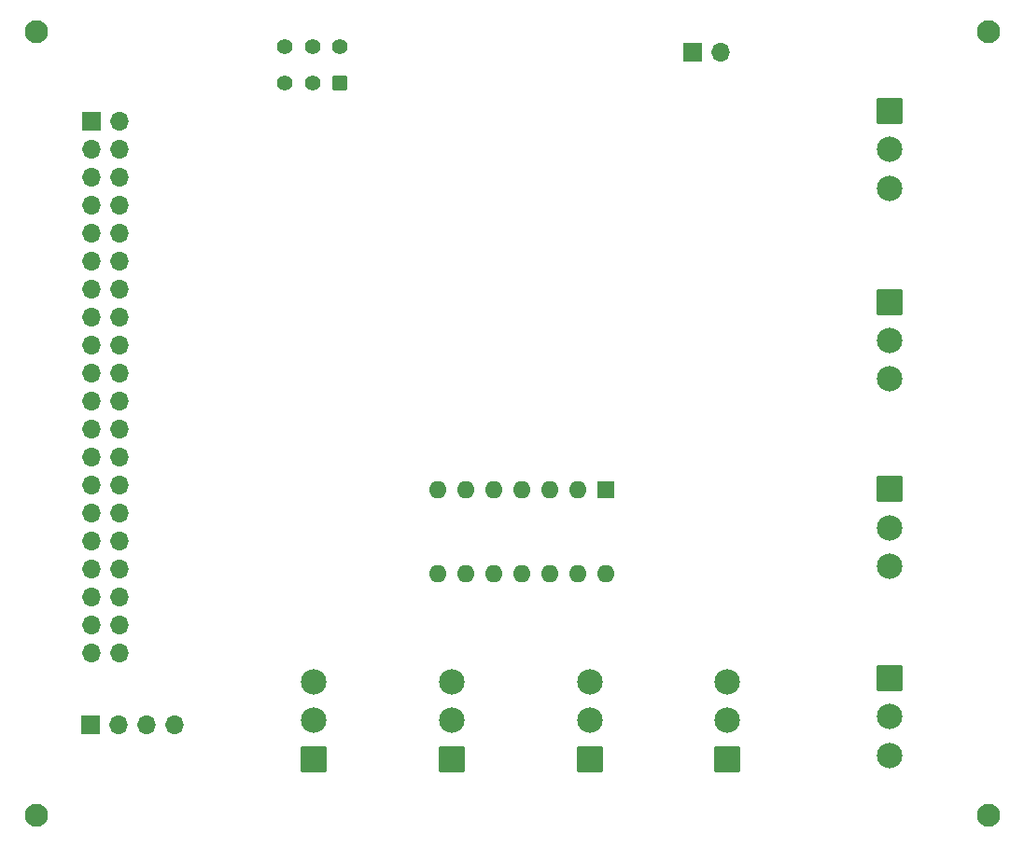
<source format=gbs>
%TF.GenerationSoftware,KiCad,Pcbnew,8.0.5*%
%TF.CreationDate,2024-10-27T16:25:35-04:00*%
%TF.ProjectId,Jetson_Extension_Board,4a657473-6f6e-45f4-9578-74656e73696f,rev?*%
%TF.SameCoordinates,Original*%
%TF.FileFunction,Soldermask,Bot*%
%TF.FilePolarity,Negative*%
%FSLAX46Y46*%
G04 Gerber Fmt 4.6, Leading zero omitted, Abs format (unit mm)*
G04 Created by KiCad (PCBNEW 8.0.5) date 2024-10-27 16:25:35*
%MOMM*%
%LPD*%
G01*
G04 APERTURE LIST*
G04 Aperture macros list*
%AMRoundRect*
0 Rectangle with rounded corners*
0 $1 Rounding radius*
0 $2 $3 $4 $5 $6 $7 $8 $9 X,Y pos of 4 corners*
0 Add a 4 corners polygon primitive as box body*
4,1,4,$2,$3,$4,$5,$6,$7,$8,$9,$2,$3,0*
0 Add four circle primitives for the rounded corners*
1,1,$1+$1,$2,$3*
1,1,$1+$1,$4,$5*
1,1,$1+$1,$6,$7*
1,1,$1+$1,$8,$9*
0 Add four rect primitives between the rounded corners*
20,1,$1+$1,$2,$3,$4,$5,0*
20,1,$1+$1,$4,$5,$6,$7,0*
20,1,$1+$1,$6,$7,$8,$9,0*
20,1,$1+$1,$8,$9,$2,$3,0*%
G04 Aperture macros list end*
%ADD10C,2.100000*%
%ADD11RoundRect,0.102000X1.050000X-1.050000X1.050000X1.050000X-1.050000X1.050000X-1.050000X-1.050000X0*%
%ADD12C,2.304000*%
%ADD13RoundRect,0.102000X-1.050000X1.050000X-1.050000X-1.050000X1.050000X-1.050000X1.050000X1.050000X0*%
%ADD14R,1.700000X1.700000*%
%ADD15O,1.700000X1.700000*%
%ADD16RoundRect,0.250000X0.450000X0.450000X-0.450000X0.450000X-0.450000X-0.450000X0.450000X-0.450000X0*%
%ADD17C,1.400000*%
%ADD18R,1.600000X1.600000*%
%ADD19O,1.600000X1.600000*%
G04 APERTURE END LIST*
D10*
%TO.C,H4*%
X177800000Y-142240000D03*
%TD*%
D11*
%TO.C,J3*%
X141652500Y-137130000D03*
D12*
X141652500Y-133630000D03*
X141652500Y-130130000D03*
%TD*%
D13*
%TO.C,J7*%
X168900000Y-129805000D03*
D12*
X168900000Y-133305000D03*
X168900000Y-136805000D03*
%TD*%
D11*
%TO.C,J4*%
X129152500Y-137130000D03*
D12*
X129152500Y-133630000D03*
X129152500Y-130130000D03*
%TD*%
D14*
%TO.C,J6*%
X96460000Y-79280000D03*
D15*
X99000000Y-79280000D03*
X96460000Y-81820000D03*
X99000000Y-81820000D03*
X96460000Y-84360000D03*
X99000000Y-84360000D03*
X96460000Y-86900000D03*
X99000000Y-86900000D03*
X96460000Y-89440000D03*
X99000000Y-89440000D03*
X96460000Y-91980000D03*
X99000000Y-91980000D03*
X96460000Y-94520000D03*
X99000000Y-94520000D03*
X96460000Y-97060000D03*
X99000000Y-97060000D03*
X96460000Y-99600000D03*
X99000000Y-99600000D03*
X96460000Y-102140000D03*
X99000000Y-102140000D03*
X96460000Y-104680000D03*
X99000000Y-104680000D03*
X96460000Y-107220000D03*
X99000000Y-107220000D03*
X96460000Y-109760000D03*
X99000000Y-109760000D03*
X96460000Y-112300000D03*
X99000000Y-112300000D03*
X96460000Y-114840000D03*
X99000000Y-114840000D03*
X96460000Y-117380000D03*
X99000000Y-117380000D03*
X96460000Y-119920000D03*
X99000000Y-119920000D03*
X96460000Y-122460000D03*
X99000000Y-122460000D03*
X96460000Y-125000000D03*
X99000000Y-125000000D03*
X96460000Y-127540000D03*
X99000000Y-127540000D03*
%TD*%
D13*
%TO.C,J10*%
X168900000Y-78305000D03*
D12*
X168900000Y-81805000D03*
X168900000Y-85305000D03*
%TD*%
D14*
%TO.C,J11*%
X96420000Y-134000000D03*
D15*
X98960000Y-134000000D03*
X101500000Y-134000000D03*
X104040000Y-134000000D03*
%TD*%
D13*
%TO.C,J8*%
X168900000Y-112642500D03*
D12*
X168900000Y-116142500D03*
X168900000Y-119642500D03*
%TD*%
D13*
%TO.C,J9*%
X168900000Y-95642500D03*
D12*
X168900000Y-99142500D03*
X168900000Y-102642500D03*
%TD*%
D10*
%TO.C,H2*%
X91440000Y-142240000D03*
%TD*%
D14*
%TO.C,J1*%
X150960000Y-73000000D03*
D15*
X153500000Y-73000000D03*
%TD*%
D10*
%TO.C,H3*%
X177800000Y-71120000D03*
%TD*%
D16*
%TO.C,SW1*%
X119000000Y-75800000D03*
D17*
X116500000Y-75800000D03*
X114000000Y-75800000D03*
X114000000Y-72500000D03*
X116500000Y-72500000D03*
X119000000Y-72500000D03*
%TD*%
D18*
%TO.C,U2*%
X143125000Y-112700000D03*
D19*
X140585000Y-112700000D03*
X138045000Y-112700000D03*
X135505000Y-112700000D03*
X132965000Y-112700000D03*
X130425000Y-112700000D03*
X127885000Y-112700000D03*
X127885000Y-120320000D03*
X130425000Y-120320000D03*
X132965000Y-120320000D03*
X135505000Y-120320000D03*
X138045000Y-120320000D03*
X140585000Y-120320000D03*
X143125000Y-120320000D03*
%TD*%
D11*
%TO.C,J2*%
X154152500Y-137130000D03*
D12*
X154152500Y-133630000D03*
X154152500Y-130130000D03*
%TD*%
D10*
%TO.C,H1*%
X91440000Y-71120000D03*
%TD*%
D11*
%TO.C,J5*%
X116652500Y-137130000D03*
D12*
X116652500Y-133630000D03*
X116652500Y-130130000D03*
%TD*%
M02*

</source>
